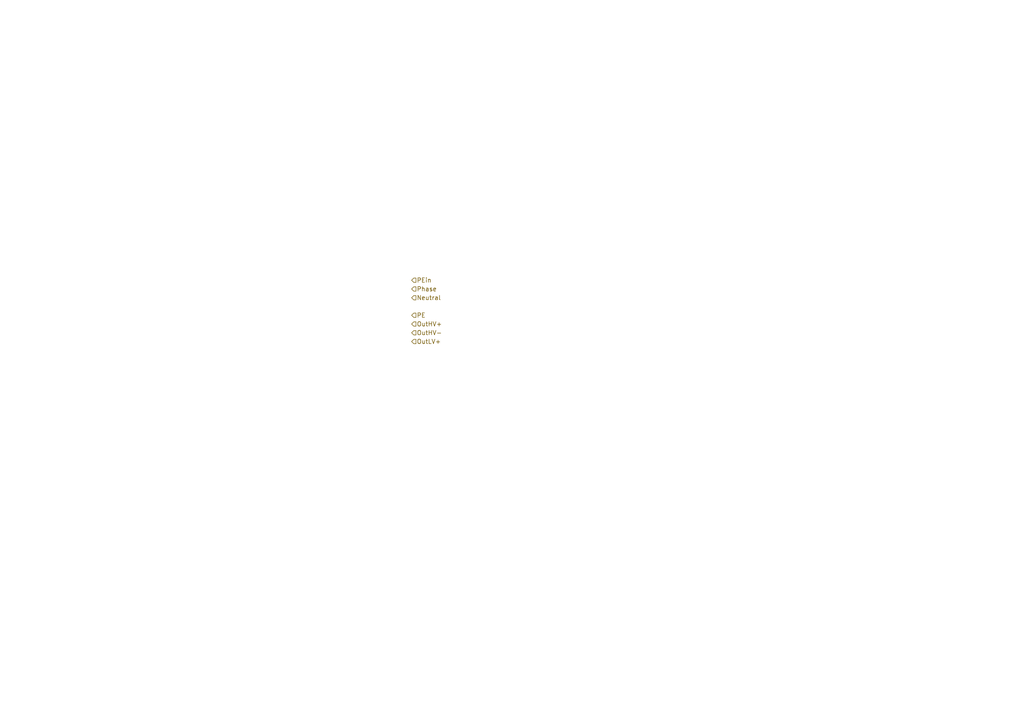
<source format=kicad_sch>
(kicad_sch
	(version 20231120)
	(generator "eeschema")
	(generator_version "8.0")
	(uuid "6b5739d9-a5e4-46c2-b5ca-f59ab3e262a4")
	(paper "A4")
	(lib_symbols)
	(hierarchical_label "PE"
		(shape input)
		(at 119.38 91.44 0)
		(fields_autoplaced yes)
		(effects
			(font
				(size 1.27 1.27)
			)
			(justify left)
		)
		(uuid "182b8362-075f-4633-ba9c-59ad095e6c53")
	)
	(hierarchical_label "OutHV-"
		(shape input)
		(at 119.38 96.52 0)
		(fields_autoplaced yes)
		(effects
			(font
				(size 1.27 1.27)
			)
			(justify left)
		)
		(uuid "3b6054b8-302b-49fe-99f7-f2f9427601d5")
	)
	(hierarchical_label "OutLV+"
		(shape input)
		(at 119.38 99.06 0)
		(fields_autoplaced yes)
		(effects
			(font
				(size 1.27 1.27)
			)
			(justify left)
		)
		(uuid "61525987-1f77-4564-9890-5be079a19a65")
	)
	(hierarchical_label "Phase"
		(shape input)
		(at 119.38 83.82 0)
		(fields_autoplaced yes)
		(effects
			(font
				(size 1.27 1.27)
			)
			(justify left)
		)
		(uuid "813fba4a-4d69-47a4-84ae-c4568459e39d")
	)
	(hierarchical_label "Neutral"
		(shape input)
		(at 119.38 86.36 0)
		(fields_autoplaced yes)
		(effects
			(font
				(size 1.27 1.27)
			)
			(justify left)
		)
		(uuid "8458b13c-7d32-4a27-9f28-2cdf6b84650e")
	)
	(hierarchical_label "OutHV+"
		(shape input)
		(at 119.38 93.98 0)
		(fields_autoplaced yes)
		(effects
			(font
				(size 1.27 1.27)
			)
			(justify left)
		)
		(uuid "a86a3fa6-f66c-4b17-bea9-cccf34622136")
	)
	(hierarchical_label "PEin"
		(shape input)
		(at 119.38 81.28 0)
		(fields_autoplaced yes)
		(effects
			(font
				(size 1.27 1.27)
			)
			(justify left)
		)
		(uuid "e67a9dd1-a486-48dd-ae49-4f5a44981601")
	)
)

</source>
